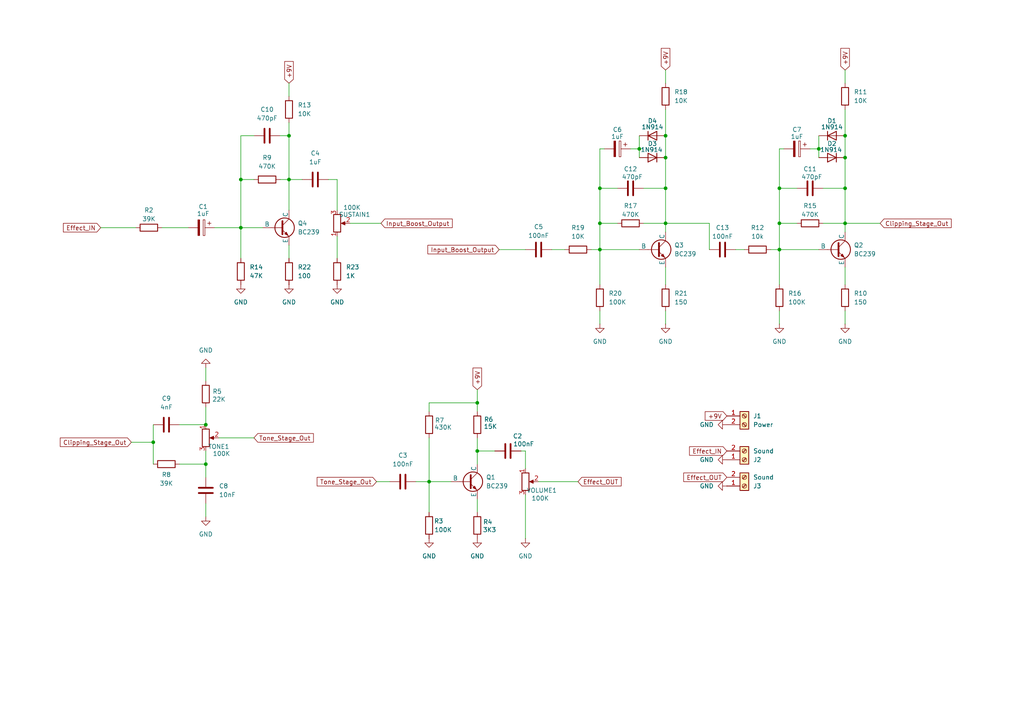
<source format=kicad_sch>
(kicad_sch (version 20250114) (generator "eeschema") (generator_version "9.0")
  (paper "A4")
  (lib_symbols
    (symbol "Connector:Screw_Terminal_01x02" (pin_names (offset 1.016) (hide yes))
      (property "Reference" "J" (at 0 2.54 0))
      (property "Value" "Screw_Terminal_01x02" (at 0 -5.08 0))
      (symbol "Screw_Terminal_01x02_1_1"
        (rectangle (start -1.27 1.27) (end 1.27 -3.81) (stroke (width 0.254)) (fill (type background)))
        (polyline (pts (xy -0.5334 0.3302) (xy 0.3302 -0.508)) (stroke (width 0.1524)))
        (polyline (pts (xy -0.5334 -2.2098) (xy 0.3302 -3.048)) (stroke (width 0.1524)))
        (polyline (pts (xy -0.3556 0.508) (xy 0.508 -0.3302)) (stroke (width 0.1524)))
        (polyline (pts (xy -0.3556 -2.032) (xy 0.508 -2.8702)) (stroke (width 0.1524)))
        (circle (center 0 0) (radius 0.635) (stroke (width 0.1524)))
        (circle (center 0 -2.54) (radius 0.635) (stroke (width 0.1524)))
        (pin passive line (at -5.08 0 0) (length 3.81) (name "Pin_1") (number "1"))
        (pin passive line (at -5.08 -2.54 0) (length 3.81) (name "Pin_2") (number "2"))
      )
    )
    (symbol "Device:C" (pin_numbers (hide yes)) (pin_names (offset 0.254))
      (property "Reference" "C" (at 0.635 2.54 0))
      (property "Value" "C" (at 0.635 -2.54 0))
      (symbol "C_0_1"
        (polyline (pts (xy -2.032 0.762) (xy 2.032 0.762)) (stroke (width 0.508)))
        (polyline (pts (xy -2.032 -0.762) (xy 2.032 -0.762)) (stroke (width 0.508)))
      )
      (symbol "C_1_1"
        (pin passive line (at 0 3.81 270) (length 2.794) (name "~") (number "1"))
        (pin passive line (at 0 -3.81 90) (length 2.794) (name "~") (number "2"))
      )
    )
    (symbol "Device:C_Polarized" (pin_numbers (hide yes)) (pin_names (offset 0.254))
      (property "Reference" "C" (at 0.635 2.54 0))
      (property "Value" "C_Polarized" (at 0.635 -2.54 0))
      (symbol "C_Polarized_0_1"
        (rectangle (start -2.286 0.508) (end 2.286 1.016))
        (polyline (pts (xy -1.778 2.286) (xy -0.762 2.286)))
        (polyline (pts (xy -1.27 2.794) (xy -1.27 1.778)))
        (rectangle (start 2.286 -0.508) (end -2.286 -1.016) (fill (type outline)))
      )
      (symbol "C_Polarized_1_1"
        (pin passive line (at 0 3.81 270) (length 2.794) (name "~") (number "1"))
        (pin passive line (at 0 -3.81 90) (length 2.794) (name "~") (number "2"))
      )
    )
    (symbol "Device:D" (pin_numbers (hide yes)) (pin_names (offset 1.016) (hide yes))
      (property "Reference" "D" (at 0 2.54 0))
      (property "Value" "D" (at 0 -2.54 0))
      (symbol "D_0_1"
        (polyline (pts (xy -1.27 1.27) (xy -1.27 -1.27)) (stroke (width 0.254)))
        (polyline (pts (xy 1.27 1.27) (xy 1.27 -1.27) (xy -1.27 0) (xy 1.27 1.27)) (stroke (width 0.254)))
        (polyline (pts (xy 1.27 0) (xy -1.27 0)))
      )
      (symbol "D_1_1"
        (pin passive line (at -3.81 0 0) (length 2.54) (name "K") (number "1"))
        (pin passive line (at 3.81 0 180) (length 2.54) (name "A") (number "2"))
      )
    )
    (symbol "Device:R" (pin_numbers (hide yes)) (pin_names (offset 0))
      (property "Reference" "R" (at 2.032 0 90))
      (property "Value" "R" (at 0 0 90))
      (symbol "R_0_1"
        (rectangle (start -1.016 -2.54) (end 1.016 2.54) (stroke (width 0.254)))
      )
      (symbol "R_1_1"
        (pin passive line (at 0 3.81 270) (length 1.27) (name "~") (number "1"))
        (pin passive line (at 0 -3.81 90) (length 1.27) (name "~") (number "2"))
      )
    )
    (symbol "Device:R_Potentiometer" (pin_names (offset 1.016) (hide yes))
      (property "Reference" "RV" (at -4.445 0 90))
      (property "Value" "R_Potentiometer" (at -2.54 0 90))
      (symbol "R_Potentiometer_0_1"
        (rectangle (start 1.016 2.54) (end -1.016 -2.54) (stroke (width 0.254)))
        (polyline (pts (xy 1.143 0) (xy 2.286 0.508) (xy 2.286 -0.508) (xy 1.143 0)) (fill (type outline)))
        (polyline (pts (xy 2.54 0) (xy 1.524 0)))
      )
      (symbol "R_Potentiometer_1_1"
        (pin passive line (at 0 3.81 270) (length 1.27) (name "1") (number "1"))
        (pin passive line (at 0 -3.81 90) (length 1.27) (name "3") (number "3"))
        (pin passive line (at 3.81 0 180) (length 1.27) (name "2") (number "2"))
      )
    )
    (symbol "Simulation_SPICE:NPN" (pin_numbers (hide yes)) (pin_names (offset 0))
      (property "Reference" "Q" (at -2.54 7.62 0))
      (property "Value" "NPN" (at -2.54 5.08 0))
      (symbol "NPN_0_1"
        (polyline (pts (xy -2.54 0) (xy 0.635 0)) (stroke (width 0.1524)))
        (polyline (pts (xy 0.635 1.905) (xy 0.635 -1.905) (xy 0.635 -1.905)) (stroke (width 0.508)))
        (polyline (pts (xy 0.635 0.635) (xy 2.54 2.54)))
        (polyline (pts (xy 0.635 -0.635) (xy 2.54 -2.54) (xy 2.54 -2.54)))
        (circle (center 1.27 0) (radius 2.8194) (stroke (width 0.254)))
        (polyline (pts (xy 1.27 -1.778) (xy 1.778 -1.27) (xy 2.286 -2.286) (xy 1.27 -1.778) (xy 1.27 -1.778)) (fill (type outline)))
        (polyline (pts (xy 2.794 -1.27) (xy 2.794 -1.27)) (stroke (width 0.1524)))
        (polyline (pts (xy 2.794 -1.27) (xy 2.794 -1.27)) (stroke (width 0.1524)))
      )
      (symbol "NPN_1_1"
        (pin input line (at -5.08 0 0) (length 2.54) (name "B") (number "2"))
        (pin open_collector line (at 2.54 5.08 270) (length 2.54) (name "C") (number "1"))
        (pin open_emitter line (at 2.54 -5.08 90) (length 2.54) (name "E") (number "3"))
      )
    )
    (symbol "power:GND" (power) (pin_numbers (hide yes)) (pin_names (offset 0) (hide yes))
      (property "Value" "GND" (at 0 -3.81 0))
      (symbol "GND_0_1"
        (polyline (pts (xy 0 0) (xy 0 -1.27) (xy 1.27 -1.27) (xy 0 -2.54) (xy -1.27 -1.27) (xy 0 -1.27)))
      )
      (symbol "GND_1_1"
        (pin power_in line (at 0 0 270) (length 0) (name "~") (number "1"))
      )
    )
  )
  (junction (at 226.06 54.61))
  (junction (at 245.11 45.72))
  (junction (at 245.11 64.77))
  (junction (at 138.43 130.81))
  (junction (at 193.04 45.72))
  (junction (at 226.06 72.39))
  (junction (at 173.99 72.39))
  (junction (at 59.69 123.19))
  (junction (at 83.82 52.07))
  (junction (at 69.85 52.07))
  (junction (at 237.49 43.18))
  (junction (at 185.42 43.18))
  (junction (at 193.04 64.77))
  (junction (at 83.82 39.37))
  (junction (at 245.11 54.61))
  (junction (at 226.06 64.77))
  (junction (at 138.43 116.84))
  (junction (at 193.04 39.37))
  (junction (at 173.99 64.77))
  (junction (at 59.69 134.62))
  (junction (at 173.99 54.61))
  (junction (at 69.85 66.04))
  (junction (at 245.11 39.37))
  (junction (at 124.46 139.7))
  (junction (at 193.04 54.61))
  (junction (at 44.45 128.27))
  (wire (pts (xy 138.43 127) (xy 138.43 130.81)))
  (wire (pts (xy 69.85 66.04) (xy 76.2 66.04)))
  (wire (pts (xy 83.82 52.07) (xy 83.82 60.96)))
  (wire (pts (xy 205.74 72.39) (xy 205.74 64.77)))
  (wire (pts (xy 205.74 64.77) (xy 193.04 64.77)))
  (wire (pts (xy 69.85 52.07) (xy 73.66 52.07)))
  (wire (pts (xy 226.06 64.77) (xy 231.14 64.77)))
  (wire (pts (xy 173.99 72.39) (xy 173.99 82.55)))
  (wire (pts (xy 245.11 39.37) (xy 245.11 45.72)))
  (wire (pts (xy 59.69 106.68) (xy 59.69 110.49)))
  (wire (pts (xy 63.5 127) (xy 73.66 127)))
  (wire (pts (xy 29.21 66.04) (xy 39.37 66.04)))
  (wire (pts (xy 173.99 64.77) (xy 173.99 54.61)))
  (wire (pts (xy 138.43 130.81) (xy 138.43 134.62)))
  (wire (pts (xy 245.11 64.77) (xy 255.27 64.77)))
  (wire (pts (xy 193.04 20.32) (xy 193.04 24.13)))
  (wire (pts (xy 171.45 72.39) (xy 173.99 72.39)))
  (wire (pts (xy 83.82 39.37) (xy 83.82 52.07)))
  (wire (pts (xy 193.04 31.75) (xy 193.04 39.37)))
  (wire (pts (xy 95.25 52.07) (xy 97.79 52.07)))
  (wire (pts (xy 52.07 123.19) (xy 59.69 123.19)))
  (wire (pts (xy 69.85 66.04) (xy 69.85 74.93)))
  (wire (pts (xy 138.43 148.59) (xy 138.43 144.78)))
  (wire (pts (xy 138.43 130.81) (xy 143.51 130.81)))
  (wire (pts (xy 226.06 90.17) (xy 226.06 93.98)))
  (wire (pts (xy 185.42 43.18) (xy 185.42 45.72)))
  (wire (pts (xy 245.11 90.17) (xy 245.11 93.98)))
  (wire (pts (xy 38.1 128.27) (xy 44.45 128.27)))
  (wire (pts (xy 173.99 72.39) (xy 173.99 64.77)))
  (wire (pts (xy 185.42 43.18) (xy 185.42 39.37)))
  (wire (pts (xy 46.99 66.04) (xy 54.61 66.04)))
  (wire (pts (xy 245.11 54.61) (xy 245.11 64.77)))
  (wire (pts (xy 193.04 64.77) (xy 193.04 67.31)))
  (wire (pts (xy 69.85 39.37) (xy 73.66 39.37)))
  (wire (pts (xy 245.11 31.75) (xy 245.11 39.37)))
  (wire (pts (xy 223.52 72.39) (xy 226.06 72.39)))
  (wire (pts (xy 83.82 39.37) (xy 83.82 35.56)))
  (wire (pts (xy 193.04 77.47) (xy 193.04 82.55)))
  (wire (pts (xy 186.69 64.77) (xy 193.04 64.77)))
  (wire (pts (xy 186.69 54.61) (xy 193.04 54.61)))
  (wire (pts (xy 59.69 146.05) (xy 59.69 149.86)))
  (wire (pts (xy 151.13 130.81) (xy 152.4 130.81)))
  (wire (pts (xy 156.21 139.7) (xy 167.64 139.7)))
  (wire (pts (xy 97.79 68.58) (xy 97.79 74.93)))
  (wire (pts (xy 234.95 43.18) (xy 237.49 43.18)))
  (wire (pts (xy 160.02 72.39) (xy 163.83 72.39)))
  (wire (pts (xy 83.82 52.07) (xy 81.28 52.07)))
  (wire (pts (xy 226.06 72.39) (xy 226.06 64.77)))
  (wire (pts (xy 124.46 139.7) (xy 130.81 139.7)))
  (wire (pts (xy 173.99 72.39) (xy 185.42 72.39)))
  (wire (pts (xy 173.99 43.18) (xy 175.26 43.18)))
  (wire (pts (xy 97.79 52.07) (xy 97.79 60.96)))
  (wire (pts (xy 238.76 64.77) (xy 245.11 64.77)))
  (wire (pts (xy 81.28 39.37) (xy 83.82 39.37)))
  (wire (pts (xy 109.22 139.7) (xy 113.03 139.7)))
  (wire (pts (xy 193.04 45.72) (xy 193.04 54.61)))
  (wire (pts (xy 173.99 64.77) (xy 179.07 64.77)))
  (wire (pts (xy 59.69 130.81) (xy 59.69 134.62)))
  (wire (pts (xy 124.46 127) (xy 124.46 139.7)))
  (wire (pts (xy 193.04 39.37) (xy 193.04 45.72)))
  (wire (pts (xy 138.43 116.84) (xy 138.43 113.03)))
  (wire (pts (xy 245.11 45.72) (xy 245.11 54.61)))
  (wire (pts (xy 173.99 54.61) (xy 179.07 54.61)))
  (wire (pts (xy 59.69 118.11) (xy 59.69 123.19)))
  (wire (pts (xy 213.36 72.39) (xy 215.9 72.39)))
  (wire (pts (xy 226.06 43.18) (xy 227.33 43.18)))
  (wire (pts (xy 83.82 52.07) (xy 87.63 52.07)))
  (wire (pts (xy 193.04 90.17) (xy 193.04 93.98)))
  (wire (pts (xy 226.06 54.61) (xy 226.06 43.18)))
  (wire (pts (xy 124.46 139.7) (xy 124.46 148.59)))
  (wire (pts (xy 124.46 116.84) (xy 138.43 116.84)))
  (wire (pts (xy 83.82 24.13) (xy 83.82 27.94)))
  (wire (pts (xy 69.85 52.07) (xy 69.85 39.37)))
  (wire (pts (xy 138.43 116.84) (xy 138.43 119.38)))
  (wire (pts (xy 237.49 43.18) (xy 237.49 39.37)))
  (wire (pts (xy 226.06 72.39) (xy 226.06 82.55)))
  (wire (pts (xy 44.45 128.27) (xy 44.45 134.62)))
  (wire (pts (xy 245.11 20.32) (xy 245.11 24.13)))
  (wire (pts (xy 144.78 72.39) (xy 152.4 72.39)))
  (wire (pts (xy 124.46 119.38) (xy 124.46 116.84)))
  (wire (pts (xy 152.4 143.51) (xy 152.4 156.21)))
  (wire (pts (xy 226.06 64.77) (xy 226.06 54.61)))
  (wire (pts (xy 238.76 54.61) (xy 245.11 54.61)))
  (wire (pts (xy 52.07 134.62) (xy 59.69 134.62)))
  (wire (pts (xy 182.88 43.18) (xy 185.42 43.18)))
  (wire (pts (xy 245.11 77.47) (xy 245.11 82.55)))
  (wire (pts (xy 62.23 66.04) (xy 69.85 66.04)))
  (wire (pts (xy 152.4 130.81) (xy 152.4 135.89)))
  (wire (pts (xy 44.45 128.27) (xy 44.45 123.19)))
  (wire (pts (xy 237.49 43.18) (xy 237.49 45.72)))
  (wire (pts (xy 226.06 54.61) (xy 231.14 54.61)))
  (wire (pts (xy 101.6 64.77) (xy 110.49 64.77)))
  (wire (pts (xy 83.82 71.12) (xy 83.82 74.93)))
  (wire (pts (xy 193.04 54.61) (xy 193.04 64.77)))
  (wire (pts (xy 173.99 54.61) (xy 173.99 43.18)))
  (wire (pts (xy 173.99 90.17) (xy 173.99 93.98)))
  (wire (pts (xy 245.11 64.77) (xy 245.11 67.31)))
  (wire (pts (xy 69.85 66.04) (xy 69.85 52.07)))
  (wire (pts (xy 120.65 139.7) (xy 124.46 139.7)))
  (wire (pts (xy 226.06 72.39) (xy 237.49 72.39)))
  (wire (pts (xy 59.69 134.62) (xy 59.69 138.43)))
  (global_label "Effect_OUT" (shape input) (at 167.64 139.7 0) (property "Intersheetrefs" "${INTERSHEET_REFS}" (effects (hide yes))))
  (global_label "Effect_IN" (shape input) (at 210.82 130.81 180) (property "Intersheetrefs" "${INTERSHEET_REFS}" (effects (hide yes))))
  (global_label "+9V" (shape input) (at 193.04 20.32 90) (property "Intersheetrefs" "${INTERSHEET_REFS}" (effects (hide yes))))
  (global_label "+9V" (shape input) (at 210.82 120.65 180) (property "Intersheetrefs" "${INTERSHEET_REFS}" (effects (hide yes))))
  (global_label "Input_Boost_Output" (shape input) (at 110.49 64.77 0) (property "Intersheetrefs" "${INTERSHEET_REFS}" (effects (hide yes))))
  (global_label "+9V" (shape input) (at 245.11 20.32 90) (property "Intersheetrefs" "${INTERSHEET_REFS}" (effects (hide yes))))
  (global_label "+9V" (shape input) (at 83.82 24.13 90) (property "Intersheetrefs" "${INTERSHEET_REFS}" (effects (hide yes))))
  (global_label "Clipping_Stage_Out" (shape input) (at 38.1 128.27 180) (property "Intersheetrefs" "${INTERSHEET_REFS}" (effects (hide yes))))
  (global_label "Effect_IN" (shape input) (at 29.21 66.04 180) (property "Intersheetrefs" "${INTERSHEET_REFS}" (effects (hide yes))))
  (global_label "Tone_Stage_Out" (shape input) (at 73.66 127 0) (property "Intersheetrefs" "${INTERSHEET_REFS}" (effects (hide yes))))
  (global_label "Input_Boost_Output" (shape input) (at 144.78 72.39 180) (property "Intersheetrefs" "${INTERSHEET_REFS}" (effects (hide yes))))
  (global_label "Tone_Stage_Out" (shape input) (at 109.22 139.7 180) (property "Intersheetrefs" "${INTERSHEET_REFS}" (effects (hide yes))))
  (global_label "Clipping_Stage_Out" (shape input) (at 255.27 64.77 0) (property "Intersheetrefs" "${INTERSHEET_REFS}" (effects (hide yes))))
  (global_label "+9V" (shape input) (at 138.43 113.03 90) (property "Intersheetrefs" "${INTERSHEET_REFS}" (effects (hide yes))))
  (global_label "Effect_OUT" (shape input) (at 210.82 138.43 180) (property "Intersheetrefs" "${INTERSHEET_REFS}" (effects (hide yes))))
  (symbol (lib_id "power:GND") (at 226.06 93.98 0) (unit 1)
    (property "Reference" "#PWR06" (effects (hide yes)))
    (property "Value" "GND" (at 226.06 99.06 0))
    (property "Description" "Power symbol creates a global label with name \"GND\" , ground" (effects (hide yes)))
  )
  (symbol (lib_id "Device:R") (at 245.11 27.94 180) (unit 1)
    (property "Reference" "R11" (at 247.65 26.6699 0) (effects (justify right)))
    (property "Value" "10K" (at 247.65 29.2099 0) (effects (justify right)))
    (property "Footprint" "Resistor_THT:R_Axial_DIN0207_L6.3mm_D2.5mm_P10.16mm_Horizontal" (effects (hide yes)))
    (property "Description" "Resistor" (effects (hide yes)))
  )
  (symbol (lib_id "Device:C") (at 77.47 39.37 90) (unit 1)
    (property "Reference" "C10" (at 77.47 31.75 90))
    (property "Value" "470pF" (at 77.47 34.29 90))
    (property "Footprint" "Capacitor_THT:C_Disc_D3.0mm_W2.0mm_P2.50mm" (effects (hide yes)))
    (property "Description" "Unpolarized capacitor" (effects (hide yes)))
  )
  (symbol (lib_id "Device:C") (at 147.32 130.81 90) (unit 1)
    (property "Reference" "C2" (at 150.114 126.492 90))
    (property "Value" "100nF" (at 151.892 128.778 90))
    (property "Footprint" "Capacitor_THT:C_Disc_D3.0mm_W2.0mm_P2.50mm" (effects (hide yes)))
    (property "Description" "Unpolarized capacitor" (effects (hide yes)))
  )
  (symbol (lib_id "Device:C") (at 91.44 52.07 90) (unit 1)
    (property "Reference" "C4" (at 91.44 44.45 90))
    (property "Value" "1uF" (at 91.44 46.99 90))
    (property "Footprint" "Capacitor_THT:C_Disc_D3.0mm_W2.0mm_P2.50mm" (effects (hide yes)))
    (property "Description" "Unpolarized capacitor" (effects (hide yes)))
  )
  (symbol (lib_id "Device:R") (at 124.46 152.4 180) (unit 1)
    (property "Reference" "R3" (at 127.254 151.13 0))
    (property "Value" "100K" (at 128.524 153.67 0))
    (property "Footprint" "Resistor_THT:R_Axial_DIN0207_L6.3mm_D2.5mm_P10.16mm_Horizontal" (effects (hide yes)))
    (property "Description" "Resistor" (effects (hide yes)))
  )
  (symbol (lib_id "Simulation_SPICE:NPN") (at 242.57 72.39 0) (unit 1)
    (property "Reference" "Q2" (at 247.65 71.1199 0) (effects (justify left)))
    (property "Value" "BC239" (at 247.65 73.6599 0) (effects (justify left)))
    (property "Footprint" "Package_TO_SOT_THT:TO-92_Inline_Wide" (effects (hide yes)))
    (property "Datasheet" "https://ngspice.sourceforge.io/docs/ngspice-html-manual/manual.xhtml#cha_BJTs" (effects (hide yes)))
    (property "Description" "Bipolar transistor symbol for simulation only, substrate tied to the emitter" (effects (hide yes)))
    (property "Sim.Device" "NPN" (effects (hide yes)))
    (property "Sim.Type" "GUMMELPOON" (effects (hide yes)))
    (property "Sim.Pins" "1=C 2=B 3=E" (effects (hide yes)))
  )
  (symbol (lib_id "Connector:Screw_Terminal_01x02") (at 215.9 133.35 0) (mirror x) (unit 1)
    (property "Reference" "J2" (at 218.44 133.3501 0) (effects (justify left)))
    (property "Value" "Sound" (at 218.44 130.8101 0) (effects (justify left)))
    (property "Footprint" "TerminalBlock_Phoenix:TerminalBlock_Phoenix_MPT-0,5-2-2.54_1x02_P2.54mm_Horizontal" (effects (hide yes)))
    (property "Description" "Generic screw terminal, single row, 01x02, script generated (kicad-library-utils/schlib/autogen/connector/)" (effects (hide yes)))
  )
  (symbol (lib_id "Device:D") (at 189.23 45.72 180) (unit 1)
    (property "Reference" "D3" (at 189.23 41.656 0))
    (property "Value" "1N914" (at 188.976 43.434 0))
    (property "Footprint" "Diode_THT:D_DO-35_SOD27_P7.62mm_Horizontal" (effects (hide yes)))
    (property "Description" "Diode" (effects (hide yes)))
    (property "Sim.Device" "D" (effects (hide yes)))
    (property "Sim.Pins" "1=K 2=A" (effects (hide yes)))
  )
  (symbol (lib_id "Connector:Screw_Terminal_01x02") (at 215.9 140.97 0) (mirror x) (unit 1)
    (property "Reference" "J3" (at 218.44 140.9701 0) (effects (justify left)))
    (property "Value" "Sound" (at 218.44 138.4301 0) (effects (justify left)))
    (property "Footprint" "TerminalBlock_Phoenix:TerminalBlock_Phoenix_MPT-0,5-2-2.54_1x02_P2.54mm_Horizontal" (effects (hide yes)))
    (property "Description" "Generic screw terminal, single row, 01x02, script generated (kicad-library-utils/schlib/autogen/connector/)" (effects (hide yes)))
  )
  (symbol (lib_id "Device:C") (at 182.88 54.61 90) (unit 1)
    (property "Reference" "C12" (at 182.88 49.022 90))
    (property "Value" "470pF" (at 183.388 51.308 90))
    (property "Footprint" "Capacitor_THT:C_Disc_D3.0mm_W2.0mm_P2.50mm" (effects (hide yes)))
    (property "Description" "Unpolarized capacitor" (effects (hide yes)))
  )
  (symbol (lib_id "Connector:Screw_Terminal_01x02") (at 215.9 120.65 0) (unit 1)
    (property "Reference" "J1" (at 218.44 120.6499 0) (effects (justify left)))
    (property "Value" "Power" (at 218.44 123.1899 0) (effects (justify left)))
    (property "Footprint" "TerminalBlock_Phoenix:TerminalBlock_Phoenix_MPT-0,5-2-2.54_1x02_P2.54mm_Horizontal" (effects (hide yes)))
    (property "Description" "Generic screw terminal, single row, 01x02, script generated (kicad-library-utils/schlib/autogen/connector/)" (effects (hide yes)))
  )
  (symbol (lib_id "Device:R") (at 77.47 52.07 90) (unit 1)
    (property "Reference" "R9" (at 77.47 45.72 90))
    (property "Value" "470K" (at 77.47 48.26 90))
    (property "Footprint" "Resistor_THT:R_Axial_DIN0207_L6.3mm_D2.5mm_P10.16mm_Horizontal" (effects (hide yes)))
    (property "Description" "Resistor" (effects (hide yes)))
  )
  (symbol (lib_id "Device:R") (at 97.79 78.74 0) (unit 1)
    (property "Reference" "R23" (at 100.33 77.4699 0) (effects (justify left)))
    (property "Value" "1K" (at 100.33 80.0099 0) (effects (justify left)))
    (property "Footprint" "Resistor_THT:R_Axial_DIN0207_L6.3mm_D2.5mm_P10.16mm_Horizontal" (effects (hide yes)))
    (property "Description" "Resistor" (effects (hide yes)))
  )
  (symbol (lib_id "Device:R") (at 173.99 86.36 180) (unit 1)
    (property "Reference" "R20" (at 176.53 85.0899 0) (effects (justify right)))
    (property "Value" "100K" (at 176.53 87.6299 0) (effects (justify right)))
    (property "Footprint" "Resistor_THT:R_Axial_DIN0207_L6.3mm_D2.5mm_P10.16mm_Horizontal" (effects (hide yes)))
    (property "Description" "Resistor" (effects (hide yes)))
  )
  (symbol (lib_id "Device:D") (at 241.3 39.37 0) (unit 1)
    (property "Reference" "D1" (at 241.3 35.052 0))
    (property "Value" "1N914" (at 241.3 36.83 0))
    (property "Footprint" "Diode_THT:D_DO-35_SOD27_P7.62mm_Horizontal" (effects (hide yes)))
    (property "Description" "Diode" (effects (hide yes)))
    (property "Sim.Device" "D" (effects (hide yes)))
    (property "Sim.Pins" "1=K 2=A" (effects (hide yes)))
  )
  (symbol (lib_id "power:GND") (at 173.99 93.98 0) (unit 1)
    (property "Reference" "#PWR05" (effects (hide yes)))
    (property "Value" "GND" (at 173.99 99.06 0))
    (property "Description" "Power symbol creates a global label with name \"GND\" , ground" (effects (hide yes)))
  )
  (symbol (lib_id "Device:R_Potentiometer") (at 59.69 127 0) (unit 1)
    (property "Reference" "TONE1" (at 66.548 129.54 0) (effects (justify right)))
    (property "Value" "100K" (at 66.802 131.572 0) (effects (justify right)))
    (property "Footprint" "TerminalBlock_Phoenix:TerminalBlock_Phoenix_MPT-0,5-3-2.54_1x03_P2.54mm_Horizontal" (effects (hide yes)))
    (property "Description" "Potentiometer" (effects (hide yes)))
  )
  (symbol (lib_id "Device:R") (at 43.18 66.04 90) (unit 1)
    (property "Reference" "R2" (at 43.18 60.96 90))
    (property "Value" "39K" (at 43.18 63.5 90))
    (property "Footprint" "Resistor_THT:R_Axial_DIN0207_L6.3mm_D2.5mm_P10.16mm_Horizontal" (effects (hide yes)))
    (property "Description" "Resistor" (effects (hide yes)))
  )
  (symbol (lib_id "Device:R") (at 83.82 78.74 0) (unit 1)
    (property "Reference" "R22" (at 86.36 77.4699 0) (effects (justify left)))
    (property "Value" "100" (at 86.36 80.0099 0) (effects (justify left)))
    (property "Footprint" "Resistor_THT:R_Axial_DIN0207_L6.3mm_D2.5mm_P10.16mm_Horizontal" (effects (hide yes)))
    (property "Description" "Resistor" (effects (hide yes)))
  )
  (symbol (lib_id "Device:C") (at 209.55 72.39 90) (unit 1)
    (property "Reference" "C13" (at 209.55 66.04 90))
    (property "Value" "100nF" (at 209.55 68.58 90))
    (property "Footprint" "Capacitor_THT:C_Disc_D3.0mm_W2.0mm_P2.50mm" (effects (hide yes)))
    (property "Description" "Unpolarized capacitor" (effects (hide yes)))
  )
  (symbol (lib_id "power:GND") (at 138.43 156.21 0) (unit 1)
    (property "Reference" "#PWR011" (effects (hide yes)))
    (property "Value" "GND" (at 138.43 161.29 0))
    (property "Description" "Power symbol creates a global label with name \"GND\" , ground" (effects (hide yes)))
  )
  (symbol (lib_id "Device:R") (at 226.06 86.36 180) (unit 1)
    (property "Reference" "R16" (at 228.6 85.0899 0) (effects (justify right)))
    (property "Value" "100K" (at 228.6 87.6299 0) (effects (justify right)))
    (property "Footprint" "Resistor_THT:R_Axial_DIN0207_L6.3mm_D2.5mm_P10.16mm_Horizontal" (effects (hide yes)))
    (property "Description" "Resistor" (effects (hide yes)))
  )
  (symbol (lib_id "Device:R") (at 193.04 86.36 180) (unit 1)
    (property "Reference" "R21" (at 195.58 85.0899 0) (effects (justify right)))
    (property "Value" "150" (at 195.58 87.6299 0) (effects (justify right)))
    (property "Footprint" "Resistor_THT:R_Axial_DIN0207_L6.3mm_D2.5mm_P10.16mm_Horizontal" (effects (hide yes)))
    (property "Description" "Resistor" (effects (hide yes)))
  )
  (symbol (lib_id "Device:R_Potentiometer") (at 97.79 64.77 0) (mirror x) (unit 1)
    (property "Reference" "SUSTAIN1" (at 107.442 62.23 0) (effects (justify right)))
    (property "Value" "100K" (at 104.648 60.198 0) (effects (justify right)))
    (property "Footprint" "TerminalBlock_Phoenix:TerminalBlock_Phoenix_MPT-0,5-3-2.54_1x03_P2.54mm_Horizontal" (effects (hide yes)))
    (property "Description" "Potentiometer" (effects (hide yes)))
  )
  (symbol (lib_id "Device:C_Polarized") (at 231.14 43.18 270) (unit 1)
    (property "Reference" "C7" (at 231.14 37.592 90))
    (property "Value" "1uF" (at 231.14 39.624 90))
    (property "Footprint" "Capacitor_THT:CP_Radial_D5.0mm_P2.50mm" (effects (hide yes)))
    (property "Description" "Polarized capacitor" (effects (hide yes)))
  )
  (symbol (lib_id "Simulation_SPICE:NPN") (at 81.28 66.04 0) (unit 1)
    (property "Reference" "Q4" (at 86.36 64.7699 0) (effects (justify left)))
    (property "Value" "BC239" (at 86.36 67.3099 0) (effects (justify left)))
    (property "Footprint" "Package_TO_SOT_THT:TO-92_Inline_Wide" (effects (hide yes)))
    (property "Datasheet" "https://ngspice.sourceforge.io/docs/ngspice-html-manual/manual.xhtml#cha_BJTs" (effects (hide yes)))
    (property "Description" "Bipolar transistor symbol for simulation only, substrate tied to the emitter" (effects (hide yes)))
    (property "Sim.Device" "NPN" (effects (hide yes)))
    (property "Sim.Type" "GUMMELPOON" (effects (hide yes)))
    (property "Sim.Pins" "1=C 2=B 3=E" (effects (hide yes)))
  )
  (symbol (lib_id "power:GND") (at 210.82 133.35 270) (unit 1)
    (property "Reference" "#PWR014" (effects (hide yes)))
    (property "Value" "GND" (at 207.01 133.3499 90) (effects (justify right)))
    (property "Description" "Power symbol creates a global label with name \"GND\" , ground" (effects (hide yes)))
  )
  (symbol (lib_id "Device:R") (at 193.04 27.94 180) (unit 1)
    (property "Reference" "R18" (at 195.58 26.6699 0) (effects (justify right)))
    (property "Value" "10K" (at 195.58 29.2099 0) (effects (justify right)))
    (property "Footprint" "Resistor_THT:R_Axial_DIN0207_L6.3mm_D2.5mm_P10.16mm_Horizontal" (effects (hide yes)))
    (property "Description" "Resistor" (effects (hide yes)))
  )
  (symbol (lib_id "Device:R") (at 138.43 152.4 180) (unit 1)
    (property "Reference" "R4" (at 141.478 151.384 0))
    (property "Value" "3K3" (at 141.986 153.67 0))
    (property "Footprint" "Resistor_THT:R_Axial_DIN0207_L6.3mm_D2.5mm_P10.16mm_Horizontal" (effects (hide yes)))
    (property "Description" "Resistor" (effects (hide yes)))
  )
  (symbol (lib_id "power:GND") (at 97.79 82.55 0) (unit 1)
    (property "Reference" "#PWR03" (effects (hide yes)))
    (property "Value" "GND" (at 97.79 87.63 0))
    (property "Description" "Power symbol creates a global label with name \"GND\" , ground" (effects (hide yes)))
  )
  (symbol (lib_id "Simulation_SPICE:NPN") (at 190.5 72.39 0) (unit 1)
    (property "Reference" "Q3" (at 195.58 71.1199 0) (effects (justify left)))
    (property "Value" "BC239" (at 195.58 73.6599 0) (effects (justify left)))
    (property "Footprint" "Package_TO_SOT_THT:TO-92_Inline_Wide" (effects (hide yes)))
    (property "Datasheet" "https://ngspice.sourceforge.io/docs/ngspice-html-manual/manual.xhtml#cha_BJTs" (effects (hide yes)))
    (property "Description" "Bipolar transistor symbol for simulation only, substrate tied to the emitter" (effects (hide yes)))
    (property "Sim.Device" "NPN" (effects (hide yes)))
    (property "Sim.Type" "GUMMELPOON" (effects (hide yes)))
    (property "Sim.Pins" "1=C 2=B 3=E" (effects (hide yes)))
  )
  (symbol (lib_id "power:GND") (at 124.46 156.21 0) (unit 1)
    (property "Reference" "#PWR010" (effects (hide yes)))
    (property "Value" "GND" (at 124.46 161.29 0))
    (property "Description" "Power symbol creates a global label with name \"GND\" , ground" (effects (hide yes)))
  )
  (symbol (lib_id "Device:R") (at 69.85 78.74 0) (unit 1)
    (property "Reference" "R14" (at 72.39 77.4699 0) (effects (justify left)))
    (property "Value" "47K" (at 72.39 80.0099 0) (effects (justify left)))
    (property "Footprint" "Resistor_THT:R_Axial_DIN0207_L6.3mm_D2.5mm_P10.16mm_Horizontal" (effects (hide yes)))
    (property "Description" "Resistor" (effects (hide yes)))
  )
  (symbol (lib_id "Device:R") (at 234.95 64.77 270) (unit 1)
    (property "Reference" "R15" (at 234.95 59.69 90))
    (property "Value" "470K" (at 234.95 62.23 90))
    (property "Footprint" "Resistor_THT:R_Axial_DIN0207_L6.3mm_D2.5mm_P10.16mm_Horizontal" (effects (hide yes)))
    (property "Description" "Resistor" (effects (hide yes)))
  )
  (symbol (lib_id "Device:D") (at 189.23 39.37 0) (unit 1)
    (property "Reference" "D4" (at 189.23 35.052 0))
    (property "Value" "1N914" (at 189.23 36.83 0))
    (property "Footprint" "Diode_THT:D_DO-35_SOD27_P7.62mm_Horizontal" (effects (hide yes)))
    (property "Description" "Diode" (effects (hide yes)))
    (property "Sim.Device" "D" (effects (hide yes)))
    (property "Sim.Pins" "1=K 2=A" (effects (hide yes)))
  )
  (symbol (lib_id "power:GND") (at 59.69 106.68 180) (unit 1)
    (property "Reference" "#PWR08" (effects (hide yes)))
    (property "Value" "GND" (at 59.69 101.6 0))
    (property "Description" "Power symbol creates a global label with name \"GND\" , ground" (effects (hide yes)))
  )
  (symbol (lib_id "Device:C") (at 156.21 72.39 90) (unit 1)
    (property "Reference" "C5" (at 156.21 65.786 90))
    (property "Value" "100nF" (at 156.21 68.326 90))
    (property "Footprint" "Capacitor_THT:C_Disc_D3.0mm_W2.0mm_P2.50mm" (effects (hide yes)))
    (property "Description" "Unpolarized capacitor" (effects (hide yes)))
  )
  (symbol (lib_id "power:GND") (at 69.85 82.55 0) (unit 1)
    (property "Reference" "#PWR01" (effects (hide yes)))
    (property "Value" "GND" (at 69.85 87.63 0))
    (property "Description" "Power symbol creates a global label with name \"GND\" , ground" (effects (hide yes)))
  )
  (symbol (lib_id "Device:R") (at 219.71 72.39 270) (unit 1)
    (property "Reference" "R12" (at 219.71 66.04 90))
    (property "Value" "10k" (at 219.71 68.58 90))
    (property "Footprint" "Resistor_THT:R_Axial_DIN0207_L6.3mm_D2.5mm_P10.16mm_Horizontal" (effects (hide yes)))
    (property "Description" "Resistor" (effects (hide yes)))
  )
  (symbol (lib_id "Device:R") (at 83.82 31.75 180) (unit 1)
    (property "Reference" "R13" (at 86.36 30.4799 0) (effects (justify right)))
    (property "Value" "10K" (at 86.36 33.0199 0) (effects (justify right)))
    (property "Footprint" "Resistor_THT:R_Axial_DIN0207_L6.3mm_D2.5mm_P10.16mm_Horizontal" (effects (hide yes)))
    (property "Description" "Resistor" (effects (hide yes)))
  )
  (symbol (lib_id "Device:D") (at 241.3 45.72 180) (unit 1)
    (property "Reference" "D2" (at 241.3 41.656 0))
    (property "Value" "1N914" (at 241.046 43.434 0))
    (property "Footprint" "Diode_THT:D_DO-35_SOD27_P7.62mm_Horizontal" (effects (hide yes)))
    (property "Description" "Diode" (effects (hide yes)))
    (property "Sim.Device" "D" (effects (hide yes)))
    (property "Sim.Pins" "1=K 2=A" (effects (hide yes)))
  )
  (symbol (lib_id "Device:R") (at 138.43 123.19 180) (unit 1)
    (property "Reference" "R6" (at 141.732 121.666 0))
    (property "Value" "15K" (at 142.24 123.698 0))
    (property "Footprint" "Resistor_THT:R_Axial_DIN0207_L6.3mm_D2.5mm_P10.16mm_Horizontal" (effects (hide yes)))
    (property "Description" "Resistor" (effects (hide yes)))
  )
  (symbol (lib_id "power:GND") (at 210.82 140.97 270) (unit 1)
    (property "Reference" "#PWR015" (effects (hide yes)))
    (property "Value" "GND" (at 207.01 140.9699 90) (effects (justify right)))
    (property "Description" "Power symbol creates a global label with name \"GND\" , ground" (effects (hide yes)))
  )
  (symbol (lib_id "power:GND") (at 210.82 123.19 270) (unit 1)
    (property "Reference" "#PWR013" (effects (hide yes)))
    (property "Value" "GND" (at 207.01 123.1899 90) (effects (justify right)))
    (property "Description" "Power symbol creates a global label with name \"GND\" , ground" (effects (hide yes)))
  )
  (symbol (lib_id "Device:R") (at 59.69 114.3 180) (unit 1)
    (property "Reference" "R5" (at 62.992 113.538 0))
    (property "Value" "22K" (at 63.5 115.824 0))
    (property "Footprint" "Resistor_THT:R_Axial_DIN0207_L6.3mm_D2.5mm_P10.16mm_Horizontal" (effects (hide yes)))
    (property "Description" "Resistor" (effects (hide yes)))
  )
  (symbol (lib_id "Device:C") (at 48.26 123.19 90) (unit 1)
    (property "Reference" "C9" (at 48.26 115.57 90))
    (property "Value" "4nF" (at 48.26 118.11 90))
    (property "Footprint" "Capacitor_THT:C_Disc_D3.0mm_W2.0mm_P2.50mm" (effects (hide yes)))
    (property "Description" "Unpolarized capacitor" (effects (hide yes)))
  )
  (symbol (lib_id "power:GND") (at 59.69 149.86 0) (unit 1)
    (property "Reference" "#PWR09" (effects (hide yes)))
    (property "Value" "GND" (at 59.69 154.94 0))
    (property "Description" "Power symbol creates a global label with name \"GND\" , ground" (effects (hide yes)))
  )
  (symbol (lib_id "Device:C") (at 234.95 54.61 90) (unit 1)
    (property "Reference" "C11" (at 234.95 49.022 90))
    (property "Value" "470pF" (at 235.458 51.308 90))
    (property "Footprint" "Capacitor_THT:C_Disc_D3.0mm_W2.0mm_P2.50mm" (effects (hide yes)))
    (property "Description" "Unpolarized capacitor" (effects (hide yes)))
  )
  (symbol (lib_id "power:GND") (at 152.4 156.21 0) (unit 1)
    (property "Reference" "#PWR012" (effects (hide yes)))
    (property "Value" "GND" (at 152.4 161.29 0))
    (property "Description" "Power symbol creates a global label with name \"GND\" , ground" (effects (hide yes)))
  )
  (symbol (lib_id "Device:C") (at 59.69 142.24 180) (unit 1)
    (property "Reference" "C8" (at 63.5 140.9699 0) (effects (justify right)))
    (property "Value" "10nF" (at 63.5 143.5099 0) (effects (justify right)))
    (property "Footprint" "Capacitor_THT:C_Disc_D3.0mm_W2.0mm_P2.50mm" (effects (hide yes)))
    (property "Description" "Unpolarized capacitor" (effects (hide yes)))
  )
  (symbol (lib_id "Device:R") (at 48.26 134.62 90) (unit 1)
    (property "Reference" "R8" (at 48.26 137.668 90))
    (property "Value" "39K" (at 48.26 140.208 90))
    (property "Footprint" "Resistor_THT:R_Axial_DIN0207_L6.3mm_D2.5mm_P10.16mm_Horizontal" (effects (hide yes)))
    (property "Description" "Resistor" (effects (hide yes)))
  )
  (symbol (lib_id "Device:C_Polarized") (at 58.42 66.04 270) (unit 1)
    (property "Reference" "C1" (at 58.928 59.944 90))
    (property "Value" "1uF" (at 58.928 61.976 90))
    (property "Footprint" "Capacitor_THT:CP_Radial_D5.0mm_P2.50mm" (effects (hide yes)))
    (property "Description" "Polarized capacitor" (effects (hide yes)))
  )
  (symbol (lib_id "Device:C") (at 116.84 139.7 90) (unit 1)
    (property "Reference" "C3" (at 116.84 132.08 90))
    (property "Value" "100nF" (at 116.84 134.62 90))
    (property "Footprint" "Capacitor_THT:C_Disc_D3.0mm_W2.0mm_P2.50mm" (effects (hide yes)))
    (property "Description" "Unpolarized capacitor" (effects (hide yes)))
  )
  (symbol (lib_id "power:GND") (at 193.04 93.98 0) (unit 1)
    (property "Reference" "#PWR04" (effects (hide yes)))
    (property "Value" "GND" (at 193.04 99.06 0))
    (property "Description" "Power symbol creates a global label with name \"GND\" , ground" (effects (hide yes)))
  )
  (symbol (lib_id "Device:C_Polarized") (at 179.07 43.18 270) (unit 1)
    (property "Reference" "C6" (at 179.07 37.592 90))
    (property "Value" "1uF" (at 179.07 39.624 90))
    (property "Footprint" "Capacitor_THT:CP_Radial_D5.0mm_P2.50mm" (effects (hide yes)))
    (property "Description" "Polarized capacitor" (effects (hide yes)))
  )
  (symbol (lib_id "power:GND") (at 83.82 82.55 0) (unit 1)
    (property "Reference" "#PWR02" (effects (hide yes)))
    (property "Value" "GND" (at 83.82 87.63 0))
    (property "Description" "Power symbol creates a global label with name \"GND\" , ground" (effects (hide yes)))
  )
  (symbol (lib_id "Device:R_Potentiometer") (at 152.4 139.7 0) (unit 1)
    (property "Reference" "VOLUME1" (at 161.544 142.24 0) (effects (justify right)))
    (property "Value" "100K" (at 159.258 144.526 0) (effects (justify right)))
    (property "Footprint" "TerminalBlock_Phoenix:TerminalBlock_Phoenix_MPT-0,5-3-2.54_1x03_P2.54mm_Horizontal" (effects (hide yes)))
    (property "Description" "Potentiometer" (effects (hide yes)))
  )
  (symbol (lib_id "Device:R") (at 167.64 72.39 90) (unit 1)
    (property "Reference" "R19" (at 167.64 66.04 90))
    (property "Value" "10K" (at 167.64 68.58 90))
    (property "Footprint" "Resistor_THT:R_Axial_DIN0207_L6.3mm_D2.5mm_P10.16mm_Horizontal" (effects (hide yes)))
    (property "Description" "Resistor" (effects (hide yes)))
  )
  (symbol (lib_id "Device:R") (at 245.11 86.36 180) (unit 1)
    (property "Reference" "R10" (at 247.65 85.0899 0) (effects (justify right)))
    (property "Value" "150" (at 247.65 87.6299 0) (effects (justify right)))
    (property "Footprint" "Resistor_THT:R_Axial_DIN0207_L6.3mm_D2.5mm_P10.16mm_Horizontal" (effects (hide yes)))
    (property "Description" "Resistor" (effects (hide yes)))
  )
  (symbol (lib_id "power:GND") (at 245.11 93.98 0) (unit 1)
    (property "Reference" "#PWR07" (effects (hide yes)))
    (property "Value" "GND" (at 245.11 99.06 0))
    (property "Description" "Power symbol creates a global label with name \"GND\" , ground" (effects (hide yes)))
  )
  (symbol (lib_id "Device:R") (at 182.88 64.77 270) (unit 1)
    (property "Reference" "R17" (at 182.88 59.69 90))
    (property "Value" "470K" (at 182.88 62.23 90))
    (property "Footprint" "Resistor_THT:R_Axial_DIN0207_L6.3mm_D2.5mm_P10.16mm_Horizontal" (effects (hide yes)))
    (property "Description" "Resistor" (effects (hide yes)))
  )
  (symbol (lib_id "Simulation_SPICE:NPN") (at 135.89 139.7 0) (unit 1)
    (property "Reference" "Q1" (at 140.97 138.4299 0) (effects (justify left)))
    (property "Value" "BC239" (at 140.97 140.9699 0) (effects (justify left)))
    (property "Footprint" "Package_TO_SOT_THT:TO-92_Inline_Wide" (effects (hide yes)))
    (property "Datasheet" "https://ngspice.sourceforge.io/docs/ngspice-html-manual/manual.xhtml#cha_BJTs" (effects (hide yes)))
    (property "Description" "Bipolar transistor symbol for simulation only, substrate tied to the emitter" (effects (hide yes)))
    (property "Sim.Device" "NPN" (effects (hide yes)))
    (property "Sim.Type" "GUMMELPOON" (effects (hide yes)))
    (property "Sim.Pins" "1=C 2=B 3=E" (effects (hide yes)))
  )
  (symbol (lib_id "Device:R") (at 124.46 123.19 180) (unit 1)
    (property "Reference" "R7" (at 127.508 121.92 0))
    (property "Value" "430K" (at 128.524 123.952 0))
    (property "Footprint" "Resistor_THT:R_Axial_DIN0207_L6.3mm_D2.5mm_P10.16mm_Horizontal" (effects (hide yes)))
    (property "Description" "Resistor" (effects (hide yes)))
  )
)
</source>
